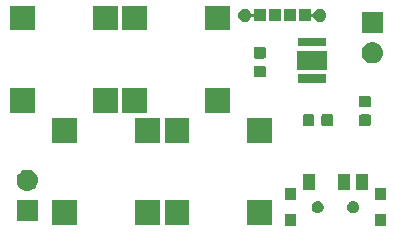
<source format=gbr>
G04 #@! TF.GenerationSoftware,KiCad,Pcbnew,(5.0.2)-1*
G04 #@! TF.CreationDate,2019-06-22T00:22:24-07:00*
G04 #@! TF.ProjectId,pic_beeper,7069635f-6265-4657-9065-722e6b696361,rev?*
G04 #@! TF.SameCoordinates,Original*
G04 #@! TF.FileFunction,Soldermask,Top*
G04 #@! TF.FilePolarity,Negative*
%FSLAX46Y46*%
G04 Gerber Fmt 4.6, Leading zero omitted, Abs format (unit mm)*
G04 Created by KiCad (PCBNEW (5.0.2)-1) date 6/22/2019 12:22:24 AM*
%MOMM*%
%LPD*%
G01*
G04 APERTURE LIST*
%ADD10C,0.100000*%
G04 APERTURE END LIST*
D10*
G36*
X32251000Y-19101000D02*
X31349000Y-19101000D01*
X31349000Y-18099000D01*
X32251000Y-18099000D01*
X32251000Y-19101000D01*
X32251000Y-19101000D01*
G37*
G36*
X24651000Y-19101000D02*
X23749000Y-19101000D01*
X23749000Y-18099000D01*
X24651000Y-18099000D01*
X24651000Y-19101000D01*
X24651000Y-19101000D01*
G37*
G36*
X15641000Y-19051000D02*
X13539000Y-19051000D01*
X13539000Y-16949000D01*
X15641000Y-16949000D01*
X15641000Y-19051000D01*
X15641000Y-19051000D01*
G37*
G36*
X13116000Y-19051000D02*
X11014000Y-19051000D01*
X11014000Y-16949000D01*
X13116000Y-16949000D01*
X13116000Y-19051000D01*
X13116000Y-19051000D01*
G37*
G36*
X6116000Y-19051000D02*
X4014000Y-19051000D01*
X4014000Y-16949000D01*
X6116000Y-16949000D01*
X6116000Y-19051000D01*
X6116000Y-19051000D01*
G37*
G36*
X22641000Y-19051000D02*
X20539000Y-19051000D01*
X20539000Y-16949000D01*
X22641000Y-16949000D01*
X22641000Y-19051000D01*
X22641000Y-19051000D01*
G37*
G36*
X2806000Y-18681000D02*
X1004000Y-18681000D01*
X1004000Y-16879000D01*
X2806000Y-16879000D01*
X2806000Y-18681000D01*
X2806000Y-18681000D01*
G37*
G36*
X29646136Y-17018253D02*
X29737312Y-17056019D01*
X29819372Y-17110850D01*
X29889150Y-17180628D01*
X29943981Y-17262688D01*
X29981747Y-17353864D01*
X30001000Y-17450656D01*
X30001000Y-17549344D01*
X29981747Y-17646136D01*
X29943981Y-17737312D01*
X29889150Y-17819372D01*
X29819372Y-17889150D01*
X29737312Y-17943981D01*
X29646136Y-17981747D01*
X29549344Y-18001000D01*
X29450656Y-18001000D01*
X29353864Y-17981747D01*
X29262688Y-17943981D01*
X29180628Y-17889150D01*
X29110850Y-17819372D01*
X29056019Y-17737312D01*
X29018253Y-17646136D01*
X28999000Y-17549344D01*
X28999000Y-17450656D01*
X29018253Y-17353864D01*
X29056019Y-17262688D01*
X29110850Y-17180628D01*
X29180628Y-17110850D01*
X29262688Y-17056019D01*
X29353864Y-17018253D01*
X29450656Y-16999000D01*
X29549344Y-16999000D01*
X29646136Y-17018253D01*
X29646136Y-17018253D01*
G37*
G36*
X26646136Y-17018253D02*
X26737312Y-17056019D01*
X26819372Y-17110850D01*
X26889150Y-17180628D01*
X26943981Y-17262688D01*
X26981747Y-17353864D01*
X27001000Y-17450656D01*
X27001000Y-17549344D01*
X26981747Y-17646136D01*
X26943981Y-17737312D01*
X26889150Y-17819372D01*
X26819372Y-17889150D01*
X26737312Y-17943981D01*
X26646136Y-17981747D01*
X26549344Y-18001000D01*
X26450656Y-18001000D01*
X26353864Y-17981747D01*
X26262688Y-17943981D01*
X26180628Y-17889150D01*
X26110850Y-17819372D01*
X26056019Y-17737312D01*
X26018253Y-17646136D01*
X25999000Y-17549344D01*
X25999000Y-17450656D01*
X26018253Y-17353864D01*
X26056019Y-17262688D01*
X26110850Y-17180628D01*
X26180628Y-17110850D01*
X26262688Y-17056019D01*
X26353864Y-17018253D01*
X26450656Y-16999000D01*
X26549344Y-16999000D01*
X26646136Y-17018253D01*
X26646136Y-17018253D01*
G37*
G36*
X24651000Y-16901000D02*
X23749000Y-16901000D01*
X23749000Y-15899000D01*
X24651000Y-15899000D01*
X24651000Y-16901000D01*
X24651000Y-16901000D01*
G37*
G36*
X32251000Y-16901000D02*
X31349000Y-16901000D01*
X31349000Y-15899000D01*
X32251000Y-15899000D01*
X32251000Y-16901000D01*
X32251000Y-16901000D01*
G37*
G36*
X2015443Y-14345519D02*
X2081627Y-14352037D01*
X2194853Y-14386384D01*
X2251467Y-14403557D01*
X2390087Y-14477652D01*
X2407991Y-14487222D01*
X2443729Y-14516552D01*
X2545186Y-14599814D01*
X2626585Y-14699000D01*
X2657778Y-14737009D01*
X2657779Y-14737011D01*
X2741443Y-14893533D01*
X2741443Y-14893534D01*
X2792963Y-15063373D01*
X2810359Y-15240000D01*
X2792963Y-15416627D01*
X2758616Y-15529853D01*
X2741443Y-15586467D01*
X2667348Y-15725087D01*
X2657778Y-15742991D01*
X2628448Y-15778729D01*
X2545186Y-15880186D01*
X2443729Y-15963448D01*
X2407991Y-15992778D01*
X2407989Y-15992779D01*
X2251467Y-16076443D01*
X2194853Y-16093616D01*
X2081627Y-16127963D01*
X2015443Y-16134481D01*
X1949260Y-16141000D01*
X1860740Y-16141000D01*
X1794557Y-16134481D01*
X1728373Y-16127963D01*
X1615147Y-16093616D01*
X1558533Y-16076443D01*
X1402011Y-15992779D01*
X1402009Y-15992778D01*
X1366271Y-15963448D01*
X1264814Y-15880186D01*
X1181552Y-15778729D01*
X1152222Y-15742991D01*
X1142652Y-15725087D01*
X1068557Y-15586467D01*
X1051384Y-15529853D01*
X1017037Y-15416627D01*
X999641Y-15240000D01*
X1017037Y-15063373D01*
X1068557Y-14893534D01*
X1068557Y-14893533D01*
X1152221Y-14737011D01*
X1152222Y-14737009D01*
X1183415Y-14699000D01*
X1264814Y-14599814D01*
X1366271Y-14516552D01*
X1402009Y-14487222D01*
X1419913Y-14477652D01*
X1558533Y-14403557D01*
X1615147Y-14386384D01*
X1728373Y-14352037D01*
X1794557Y-14345519D01*
X1860740Y-14339000D01*
X1949260Y-14339000D01*
X2015443Y-14345519D01*
X2015443Y-14345519D01*
G37*
G36*
X29251000Y-16051000D02*
X28249000Y-16051000D01*
X28249000Y-14699000D01*
X29251000Y-14699000D01*
X29251000Y-16051000D01*
X29251000Y-16051000D01*
G37*
G36*
X30751000Y-16051000D02*
X29749000Y-16051000D01*
X29749000Y-14699000D01*
X30751000Y-14699000D01*
X30751000Y-16051000D01*
X30751000Y-16051000D01*
G37*
G36*
X26251000Y-16051000D02*
X25249000Y-16051000D01*
X25249000Y-14699000D01*
X26251000Y-14699000D01*
X26251000Y-16051000D01*
X26251000Y-16051000D01*
G37*
G36*
X15641000Y-12051000D02*
X13539000Y-12051000D01*
X13539000Y-9949000D01*
X15641000Y-9949000D01*
X15641000Y-12051000D01*
X15641000Y-12051000D01*
G37*
G36*
X22641000Y-12051000D02*
X20539000Y-12051000D01*
X20539000Y-9949000D01*
X22641000Y-9949000D01*
X22641000Y-12051000D01*
X22641000Y-12051000D01*
G37*
G36*
X13116000Y-12051000D02*
X11014000Y-12051000D01*
X11014000Y-9949000D01*
X13116000Y-9949000D01*
X13116000Y-12051000D01*
X13116000Y-12051000D01*
G37*
G36*
X6116000Y-12051000D02*
X4014000Y-12051000D01*
X4014000Y-9949000D01*
X6116000Y-9949000D01*
X6116000Y-12051000D01*
X6116000Y-12051000D01*
G37*
G36*
X27647091Y-9638085D02*
X27681069Y-9648393D01*
X27712387Y-9665133D01*
X27739839Y-9687661D01*
X27762367Y-9715113D01*
X27779107Y-9746431D01*
X27789415Y-9780409D01*
X27793500Y-9821890D01*
X27793500Y-10498110D01*
X27789415Y-10539591D01*
X27779107Y-10573569D01*
X27762367Y-10604887D01*
X27739839Y-10632339D01*
X27712387Y-10654867D01*
X27681069Y-10671607D01*
X27647091Y-10681915D01*
X27605610Y-10686000D01*
X27004390Y-10686000D01*
X26962909Y-10681915D01*
X26928931Y-10671607D01*
X26897613Y-10654867D01*
X26870161Y-10632339D01*
X26847633Y-10604887D01*
X26830893Y-10573569D01*
X26820585Y-10539591D01*
X26816500Y-10498110D01*
X26816500Y-9821890D01*
X26820585Y-9780409D01*
X26830893Y-9746431D01*
X26847633Y-9715113D01*
X26870161Y-9687661D01*
X26897613Y-9665133D01*
X26928931Y-9648393D01*
X26962909Y-9638085D01*
X27004390Y-9634000D01*
X27605610Y-9634000D01*
X27647091Y-9638085D01*
X27647091Y-9638085D01*
G37*
G36*
X26072091Y-9638085D02*
X26106069Y-9648393D01*
X26137387Y-9665133D01*
X26164839Y-9687661D01*
X26187367Y-9715113D01*
X26204107Y-9746431D01*
X26214415Y-9780409D01*
X26218500Y-9821890D01*
X26218500Y-10498110D01*
X26214415Y-10539591D01*
X26204107Y-10573569D01*
X26187367Y-10604887D01*
X26164839Y-10632339D01*
X26137387Y-10654867D01*
X26106069Y-10671607D01*
X26072091Y-10681915D01*
X26030610Y-10686000D01*
X25429390Y-10686000D01*
X25387909Y-10681915D01*
X25353931Y-10671607D01*
X25322613Y-10654867D01*
X25295161Y-10632339D01*
X25272633Y-10604887D01*
X25255893Y-10573569D01*
X25245585Y-10539591D01*
X25241500Y-10498110D01*
X25241500Y-9821890D01*
X25245585Y-9780409D01*
X25255893Y-9746431D01*
X25272633Y-9715113D01*
X25295161Y-9687661D01*
X25322613Y-9665133D01*
X25353931Y-9648393D01*
X25387909Y-9638085D01*
X25429390Y-9634000D01*
X26030610Y-9634000D01*
X26072091Y-9638085D01*
X26072091Y-9638085D01*
G37*
G36*
X30859591Y-9675585D02*
X30893569Y-9685893D01*
X30924887Y-9702633D01*
X30952339Y-9725161D01*
X30974867Y-9752613D01*
X30991607Y-9783931D01*
X31001915Y-9817909D01*
X31006000Y-9859390D01*
X31006000Y-10460610D01*
X31001915Y-10502091D01*
X30991607Y-10536069D01*
X30974867Y-10567387D01*
X30952339Y-10594839D01*
X30924887Y-10617367D01*
X30893569Y-10634107D01*
X30859591Y-10644415D01*
X30818110Y-10648500D01*
X30141890Y-10648500D01*
X30100409Y-10644415D01*
X30066431Y-10634107D01*
X30035113Y-10617367D01*
X30007661Y-10594839D01*
X29985133Y-10567387D01*
X29968393Y-10536069D01*
X29958085Y-10502091D01*
X29954000Y-10460610D01*
X29954000Y-9859390D01*
X29958085Y-9817909D01*
X29968393Y-9783931D01*
X29985133Y-9752613D01*
X30007661Y-9725161D01*
X30035113Y-9702633D01*
X30066431Y-9685893D01*
X30100409Y-9675585D01*
X30141890Y-9671500D01*
X30818110Y-9671500D01*
X30859591Y-9675585D01*
X30859591Y-9675585D01*
G37*
G36*
X2551000Y-9551000D02*
X449000Y-9551000D01*
X449000Y-7449000D01*
X2551000Y-7449000D01*
X2551000Y-9551000D01*
X2551000Y-9551000D01*
G37*
G36*
X12051000Y-9551000D02*
X9949000Y-9551000D01*
X9949000Y-7449000D01*
X12051000Y-7449000D01*
X12051000Y-9551000D01*
X12051000Y-9551000D01*
G37*
G36*
X19051000Y-9551000D02*
X16949000Y-9551000D01*
X16949000Y-7449000D01*
X19051000Y-7449000D01*
X19051000Y-9551000D01*
X19051000Y-9551000D01*
G37*
G36*
X9551000Y-9551000D02*
X7449000Y-9551000D01*
X7449000Y-7449000D01*
X9551000Y-7449000D01*
X9551000Y-9551000D01*
X9551000Y-9551000D01*
G37*
G36*
X30859591Y-8100585D02*
X30893569Y-8110893D01*
X30924887Y-8127633D01*
X30952339Y-8150161D01*
X30974867Y-8177613D01*
X30991607Y-8208931D01*
X31001915Y-8242909D01*
X31006000Y-8284390D01*
X31006000Y-8885610D01*
X31001915Y-8927091D01*
X30991607Y-8961069D01*
X30974867Y-8992387D01*
X30952339Y-9019839D01*
X30924887Y-9042367D01*
X30893569Y-9059107D01*
X30859591Y-9069415D01*
X30818110Y-9073500D01*
X30141890Y-9073500D01*
X30100409Y-9069415D01*
X30066431Y-9059107D01*
X30035113Y-9042367D01*
X30007661Y-9019839D01*
X29985133Y-8992387D01*
X29968393Y-8961069D01*
X29958085Y-8927091D01*
X29954000Y-8885610D01*
X29954000Y-8284390D01*
X29958085Y-8242909D01*
X29968393Y-8208931D01*
X29985133Y-8177613D01*
X30007661Y-8150161D01*
X30035113Y-8127633D01*
X30066431Y-8110893D01*
X30100409Y-8100585D01*
X30141890Y-8096500D01*
X30818110Y-8096500D01*
X30859591Y-8100585D01*
X30859591Y-8100585D01*
G37*
G36*
X27236000Y-7006000D02*
X24834000Y-7006000D01*
X24834000Y-6254000D01*
X27236000Y-6254000D01*
X27236000Y-7006000D01*
X27236000Y-7006000D01*
G37*
G36*
X21969591Y-5535585D02*
X22003569Y-5545893D01*
X22034887Y-5562633D01*
X22062339Y-5585161D01*
X22084867Y-5612613D01*
X22101607Y-5643931D01*
X22111915Y-5677909D01*
X22116000Y-5719390D01*
X22116000Y-6320610D01*
X22111915Y-6362091D01*
X22101607Y-6396069D01*
X22084867Y-6427387D01*
X22062339Y-6454839D01*
X22034887Y-6477367D01*
X22003569Y-6494107D01*
X21969591Y-6504415D01*
X21928110Y-6508500D01*
X21251890Y-6508500D01*
X21210409Y-6504415D01*
X21176431Y-6494107D01*
X21145113Y-6477367D01*
X21117661Y-6454839D01*
X21095133Y-6427387D01*
X21078393Y-6396069D01*
X21068085Y-6362091D01*
X21064000Y-6320610D01*
X21064000Y-5719390D01*
X21068085Y-5677909D01*
X21078393Y-5643931D01*
X21095133Y-5612613D01*
X21117661Y-5585161D01*
X21145113Y-5562633D01*
X21176431Y-5545893D01*
X21210409Y-5535585D01*
X21251890Y-5531500D01*
X21928110Y-5531500D01*
X21969591Y-5535585D01*
X21969591Y-5535585D01*
G37*
G36*
X27286000Y-5906000D02*
X24784000Y-5906000D01*
X24784000Y-4254000D01*
X27286000Y-4254000D01*
X27286000Y-5906000D01*
X27286000Y-5906000D01*
G37*
G36*
X31225442Y-3550518D02*
X31291627Y-3557037D01*
X31404853Y-3591384D01*
X31461467Y-3608557D01*
X31600087Y-3682652D01*
X31617991Y-3692222D01*
X31653729Y-3721552D01*
X31755186Y-3804814D01*
X31838226Y-3906000D01*
X31867778Y-3942009D01*
X31867779Y-3942011D01*
X31951443Y-4098533D01*
X31951443Y-4098534D01*
X32002963Y-4268373D01*
X32020359Y-4445000D01*
X32002963Y-4621627D01*
X31982450Y-4689250D01*
X31951443Y-4791467D01*
X31892165Y-4902367D01*
X31867778Y-4947991D01*
X31838448Y-4983729D01*
X31755186Y-5085186D01*
X31653729Y-5168448D01*
X31617991Y-5197778D01*
X31617989Y-5197779D01*
X31461467Y-5281443D01*
X31404853Y-5298616D01*
X31291627Y-5332963D01*
X31225443Y-5339481D01*
X31159260Y-5346000D01*
X31070740Y-5346000D01*
X31004557Y-5339481D01*
X30938373Y-5332963D01*
X30825147Y-5298616D01*
X30768533Y-5281443D01*
X30612011Y-5197779D01*
X30612009Y-5197778D01*
X30576271Y-5168448D01*
X30474814Y-5085186D01*
X30391552Y-4983729D01*
X30362222Y-4947991D01*
X30337835Y-4902367D01*
X30278557Y-4791467D01*
X30247550Y-4689250D01*
X30227037Y-4621627D01*
X30209641Y-4445000D01*
X30227037Y-4268373D01*
X30278557Y-4098534D01*
X30278557Y-4098533D01*
X30362221Y-3942011D01*
X30362222Y-3942009D01*
X30391774Y-3906000D01*
X30474814Y-3804814D01*
X30576271Y-3721552D01*
X30612009Y-3692222D01*
X30629913Y-3682652D01*
X30768533Y-3608557D01*
X30825147Y-3591384D01*
X30938373Y-3557037D01*
X31004558Y-3550518D01*
X31070740Y-3544000D01*
X31159260Y-3544000D01*
X31225442Y-3550518D01*
X31225442Y-3550518D01*
G37*
G36*
X21969591Y-3960585D02*
X22003569Y-3970893D01*
X22034887Y-3987633D01*
X22062339Y-4010161D01*
X22084867Y-4037613D01*
X22101607Y-4068931D01*
X22111915Y-4102909D01*
X22116000Y-4144390D01*
X22116000Y-4745610D01*
X22111915Y-4787091D01*
X22101607Y-4821069D01*
X22084867Y-4852387D01*
X22062339Y-4879839D01*
X22034887Y-4902367D01*
X22003569Y-4919107D01*
X21969591Y-4929415D01*
X21928110Y-4933500D01*
X21251890Y-4933500D01*
X21210409Y-4929415D01*
X21176431Y-4919107D01*
X21145113Y-4902367D01*
X21117661Y-4879839D01*
X21095133Y-4852387D01*
X21078393Y-4821069D01*
X21068085Y-4787091D01*
X21064000Y-4745610D01*
X21064000Y-4144390D01*
X21068085Y-4102909D01*
X21078393Y-4068931D01*
X21095133Y-4037613D01*
X21117661Y-4010161D01*
X21145113Y-3987633D01*
X21176431Y-3970893D01*
X21210409Y-3960585D01*
X21251890Y-3956500D01*
X21928110Y-3956500D01*
X21969591Y-3960585D01*
X21969591Y-3960585D01*
G37*
G36*
X27236000Y-3906000D02*
X24834000Y-3906000D01*
X24834000Y-3154000D01*
X27236000Y-3154000D01*
X27236000Y-3906000D01*
X27236000Y-3906000D01*
G37*
G36*
X32016000Y-2806000D02*
X30214000Y-2806000D01*
X30214000Y-1004000D01*
X32016000Y-1004000D01*
X32016000Y-2806000D01*
X32016000Y-2806000D01*
G37*
G36*
X19051000Y-2551000D02*
X16949000Y-2551000D01*
X16949000Y-449000D01*
X19051000Y-449000D01*
X19051000Y-2551000D01*
X19051000Y-2551000D01*
G37*
G36*
X9551000Y-2551000D02*
X7449000Y-2551000D01*
X7449000Y-449000D01*
X9551000Y-449000D01*
X9551000Y-2551000D01*
X9551000Y-2551000D01*
G37*
G36*
X12051000Y-2551000D02*
X9949000Y-2551000D01*
X9949000Y-449000D01*
X12051000Y-449000D01*
X12051000Y-2551000D01*
X12051000Y-2551000D01*
G37*
G36*
X2551000Y-2551000D02*
X449000Y-2551000D01*
X449000Y-449000D01*
X2551000Y-449000D01*
X2551000Y-2551000D01*
X2551000Y-2551000D01*
G37*
G36*
X26830721Y-740174D02*
X26930995Y-781709D01*
X27021245Y-842012D01*
X27097988Y-918755D01*
X27158291Y-1009005D01*
X27199826Y-1109279D01*
X27221000Y-1215730D01*
X27221000Y-1324270D01*
X27199826Y-1430721D01*
X27158291Y-1530995D01*
X27097988Y-1621245D01*
X27021245Y-1697988D01*
X26930995Y-1758291D01*
X26830721Y-1799826D01*
X26724270Y-1821000D01*
X26615730Y-1821000D01*
X26509279Y-1799826D01*
X26409005Y-1758291D01*
X26318755Y-1697988D01*
X26242012Y-1621245D01*
X26181709Y-1530996D01*
X26141485Y-1433885D01*
X26129934Y-1412274D01*
X26114389Y-1393332D01*
X26095447Y-1377787D01*
X26073836Y-1366235D01*
X26050387Y-1359122D01*
X26026000Y-1356720D01*
X26001614Y-1359122D01*
X25978165Y-1366235D01*
X25956554Y-1377786D01*
X25937612Y-1393331D01*
X25922067Y-1412273D01*
X25910515Y-1433884D01*
X25903402Y-1457333D01*
X25901000Y-1481720D01*
X25901000Y-1771000D01*
X24899000Y-1771000D01*
X24899000Y-769000D01*
X25901000Y-769000D01*
X25901000Y-1058280D01*
X25903402Y-1082666D01*
X25910515Y-1106115D01*
X25922066Y-1127726D01*
X25937612Y-1146668D01*
X25956554Y-1162214D01*
X25978165Y-1173765D01*
X26001614Y-1180878D01*
X26026000Y-1183280D01*
X26050386Y-1180878D01*
X26073835Y-1173765D01*
X26095446Y-1162214D01*
X26114388Y-1146668D01*
X26129934Y-1127726D01*
X26141485Y-1106115D01*
X26181709Y-1009004D01*
X26242012Y-918755D01*
X26318755Y-842012D01*
X26409005Y-781709D01*
X26509279Y-740174D01*
X26615730Y-719000D01*
X26724270Y-719000D01*
X26830721Y-740174D01*
X26830721Y-740174D01*
G37*
G36*
X20480721Y-740174D02*
X20580995Y-781709D01*
X20671245Y-842012D01*
X20747988Y-918755D01*
X20808291Y-1009004D01*
X20848515Y-1106115D01*
X20860066Y-1127726D01*
X20875611Y-1146668D01*
X20894553Y-1162213D01*
X20916164Y-1173765D01*
X20939613Y-1180878D01*
X20964000Y-1183280D01*
X20988386Y-1180878D01*
X21011835Y-1173765D01*
X21033446Y-1162214D01*
X21052388Y-1146669D01*
X21067933Y-1127727D01*
X21079485Y-1106116D01*
X21086598Y-1082667D01*
X21089000Y-1058280D01*
X21089000Y-769000D01*
X22091000Y-769000D01*
X22091000Y-1771000D01*
X21089000Y-1771000D01*
X21089000Y-1481720D01*
X21086598Y-1457334D01*
X21079485Y-1433885D01*
X21067934Y-1412274D01*
X21052388Y-1393332D01*
X21033446Y-1377786D01*
X21011835Y-1366235D01*
X20988386Y-1359122D01*
X20964000Y-1356720D01*
X20939614Y-1359122D01*
X20916165Y-1366235D01*
X20894554Y-1377786D01*
X20875612Y-1393332D01*
X20860066Y-1412274D01*
X20848515Y-1433885D01*
X20808291Y-1530996D01*
X20747988Y-1621245D01*
X20671245Y-1697988D01*
X20580995Y-1758291D01*
X20480721Y-1799826D01*
X20374270Y-1821000D01*
X20265730Y-1821000D01*
X20159279Y-1799826D01*
X20059005Y-1758291D01*
X19968755Y-1697988D01*
X19892012Y-1621245D01*
X19831709Y-1530995D01*
X19790174Y-1430721D01*
X19769000Y-1324270D01*
X19769000Y-1215730D01*
X19790174Y-1109279D01*
X19831709Y-1009005D01*
X19892012Y-918755D01*
X19968755Y-842012D01*
X20059005Y-781709D01*
X20159279Y-740174D01*
X20265730Y-719000D01*
X20374270Y-719000D01*
X20480721Y-740174D01*
X20480721Y-740174D01*
G37*
G36*
X23361000Y-1771000D02*
X22359000Y-1771000D01*
X22359000Y-769000D01*
X23361000Y-769000D01*
X23361000Y-1771000D01*
X23361000Y-1771000D01*
G37*
G36*
X24631000Y-1771000D02*
X23629000Y-1771000D01*
X23629000Y-769000D01*
X24631000Y-769000D01*
X24631000Y-1771000D01*
X24631000Y-1771000D01*
G37*
M02*

</source>
